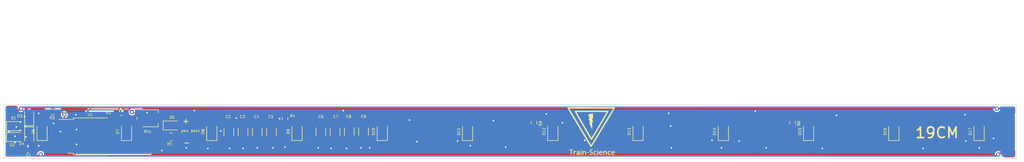
<source format=kicad_pcb>
(kicad_pcb (version 20240108) (generator "pcbnew") (generator_version "8.0")
  (layers (0 "F.Cu" signal) (31 "B.Cu" signal) (34 "B.Paste" user) (35 "F.Paste" user) (36 "B.SilkS" user "B.Silkscreen") (37 "F.SilkS" user "F.Silkscreen") (38 "B.Mask" user) (39 "F.Mask" user) (44 "Edge.Cuts" user))
  (net 0 "")
  (net 1 "AC1")
  (net 2 "AC2")
  (net 3 "Net-(D5-A)")
  (net 4 "VCC")
  (net 5 "GND")
  (net 6 "Net-(D10-A)")
  (net 7 "Net-(D9-A)")
  (net 8 "Net-(D7-K)")
  (net 9 "Net-(D12-K)")
  (net 10 "Net-(D13-K)")
  (net 11 "/Vled")
  (net 12 "Net-(R2-Pad2)")
  (net 13 "Net-(U1-VO)")
  (net 14 "Net-(D6-K)")
  (net 15 "Net-(D6-A)")
  (net 16 "Net-(D10-K)")
  (net 17 "Net-(D12-A)")
  (net 18 "Net-(D15-K)")
  (net 19 "Net-(D15-A)")
  (net 20 "Net-(D16-K)")
  (footprint "Capacitor_SMD:C_0603_1608Metric" (layer "F.Cu") (at 22.479 98.425 180)
    (property "Reference" "C1" (at -0.127 -1.016 0) (layer "F.SilkS") (effects (font (size 0.5 0.5) (thickness 0.075))))
    (property "Value" "100nF")
    (pad "1" smd roundrect (at -0.775 0 180) (size 0.9 0.95) (layers "F.Cu" "F.Paste" "F.Mask") (net 4 "VCC"))
    (pad "2" smd roundrect (at 0.775 0 180) (size 0.9 0.95) (layers "F.Cu" "F.Paste" "F.Mask") (net 5 "GND"))
  )
  (footprint "" (layer "F.Cu") (at 19.431 98.933)
    (property "Reference" "" (at 0 0 0) (layer "F.SilkS") (effects (font (size 0.5 0.5) (thickness 0.075))))
    (property "Value" "" (at 0 0 0) (layer "F.SilkS") (effects (font (size 0.5 0.5) (thickness 0.075))))
    (pad "1" smd roundrect (at 0 0 180) (size 2.286 1.524) (layers "F.Cu" "F.Paste" "F.Mask") (net 1 "AC1"))
  )
  (footprint "Capacitor_SMD:C_1206_3216Metric" (layer "F.Cu") (at 82.804 94.996 -90)
    (property "Reference" "C8" (at -2.794 0.127 0) (layer "F.SilkS") (effects (font (size 0.5 0.5) (thickness 0.075))))
    (property "Value" "22uF")
    (pad "1" smd roundrect (at -1.475 0 270) (size 1.15 1.8) (layers "F.Cu" "F.Paste" "F.Mask") (roundrect_rratio 0.2173913043) (net 3 "Net-(D5-A)"))
    (pad "2" smd roundrect (at 1.475 0 270) (size 1.15 1.8) (layers "F.Cu" "F.Paste" "F.Mask") (roundrect_rratio 0.2173913043) (net 5 "GND"))
  )
  (footprint "LED_SMD:LED_0805_2012Metric" (layer "F.Cu") (at 41 95 90)
    (property "Reference" "D7" (at 0 -1.65 90) (layer "F.SilkS") (effects (font (size 0.5 0.5) (thickness 0.075))))
    (property "Value" "LED")
    (pad "1" smd roundrect (at -0.9375 0 90) (size 0.975 1.4) (layers "F.Cu" "F.Paste" "F.Mask") (net 8 "Net-(D7-K)"))
    (pad "2" smd roundrect (at 0.9375 0 90) (size 0.975 1.4) (layers "F.Cu" "F.Paste" "F.Mask") (net 14 "Net-(D6-K)"))
  )
  (footprint "LED_SMD:LED_0805_2012Metric" (layer "F.Cu") (at 73 95 90)
    (property "Reference" "D9" (at 0 -1.65 90) (layer "F.SilkS") (effects (font (size 0.5 0.5) (thickness 0.075))))
    (property "Value" "LED")
    (pad "1" smd roundrect (at -0.9375 0 90) (size 0.975 1.4) (layers "F.Cu" "F.Paste" "F.Mask") (net 6 "Net-(D10-A)"))
    (pad "2" smd roundrect (at 0.9375 0 90) (size 0.975 1.4) (layers "F.Cu" "F.Paste" "F.Mask") (net 7 "Net-(D9-A)"))
  )
  (footprint "custom_kicad_lib_sk:Train-Science logo small" (layer "F.Cu") (at 128.27 94.996)
    (property "Reference" "G***" (hide yes))
    (property "Value" "LOGO" (hide yes))
  )
  (footprint "" (layer "F.Cu") (at 19.431 90.932)
    (property "Reference" "AC2" (hide yes))
    (property "Value" "" (at 0 0 0) (layer "F.SilkS") (effects (font (size 0.5 0.5) (thickness 0.075))))
    (pad "1" smd roundrect (at 0 0 180) (size 2.286 1.524) (layers "F.Cu" "F.Paste" "F.Mask") (net 2 "AC2"))
  )
  (footprint "custom_kicad_lib_sk:R_0603_smalltext" (layer "F.Cu") (at 27.178 91.313 180)
    (property "Reference" "R3" (at 0.15 -1.125 0) (layer "F.SilkS") (effects (font (size 0.5 0.5) (thickness 0.075))))
    (property "Value" "10R")
    (pad "1" smd roundrect (at -0.9125 0 180) (size 0.975 0.95) (layers "F.Cu" "F.Paste" "F.Mask") (net 11 "/Vled"))
    (pad "2" smd roundrect (at 0.9125 0 180) (size 0.975 0.95) (layers "F.Cu" "F.Paste" "F.Mask") (net 15 "Net-(D6-A)"))
  )
  (footprint "custom_kicad_lib_sk:R_0603_smalltext" (layer "F.Cu") (at 165.989 93.3215 -90)
    (property "Reference" "R6" (at 0.15 -1.125 -90) (layer "F.SilkS") (effects (font (size 0.5 0.5) (thickness 0.075))))
    (property "Value" "10R")
    (pad "1" smd roundrect (at -0.9125 0 270) (size 0.975 0.95) (layers "F.Cu" "F.Paste" "F.Mask") (net 11 "/Vled"))
    (pad "2" smd roundrect (at 0.9125 0 270) (size 0.975 0.95) (layers "F.Cu" "F.Paste" "F.Mask") (net 19 "Net-(D15-A)"))
  )
  (footprint "Capacitor_SMD:C_1206_3216Metric" (layer "F.Cu") (at 77.47 94.996 -90)
    (property "Reference" "C6" (at -2.794 0 0) (layer "F.SilkS") (effects (font (size 0.5 0.5) (thickness 0.075))))
    (property "Value" "22uF")
    (pad "1" smd roundrect (at -1.475 0 270) (size 1.15 1.8) (layers "F.Cu" "F.Paste" "F.Mask") (roundrect_rratio 0.2173913043) (net 3 "Net-(D5-A)"))
    (pad "2" smd roundrect (at 1.475 0 270) (size 1.15 1.8) (layers "F.Cu" "F.Paste" "F.Mask") (roundrect_rratio 0.2173913043) (net 5 "GND"))
  )
  (footprint "" (layer "F.Cu") (at 206.629 91.059)
    (property "Reference" "" (at 0 0 0) (layer "F.SilkS") (effects (font (size 0.5 0.5) (thickness 0.075))))
    (property "Value" "" (at 0 0 0) (layer "F.SilkS") (effects (font (size 0.5 0.5) (thickness 0.075))))
    (pad "1" smd roundrect (at 0 0 180) (size 2.286 1.524) (layers "F.Cu" "F.Paste" "F.Mask") (net 2 "AC2"))
  )
  (footprint "LED_SMD:LED_0805_2012Metric" (layer "F.Cu") (at 25.146 94.996 90)
    (property "Reference" "D6" (at 0 -1.65 90) (layer "F.SilkS") (effects (font (size 0.5 0.5) (thickness 0.075))))
    (property "Value" "LED")
    (pad "1" smd roundrect (at -0.9375 0 90) (size 0.975 1.4) (layers "F.Cu" "F.Paste" "F.Mask") (net 14 "Net-(D6-K)"))
    (pad "2" smd roundrect (at 0.9375 0 90) (size 0.975 1.4) (layers "F.Cu" "F.Paste" "F.Mask") (net 15 "Net-(D6-A)"))
  )
  (footprint "LED_SMD:LED_0805_2012Metric" (layer "F.Cu") (at 121 95 90)
    (property "Reference" "D12" (at 0 -1.65 90) (layer "F.SilkS") (effects (font (size 0.5 0.5) (thickness 0.075))))
    (property "Value" "LED")
    (pad "1" smd roundrect (at -0.9375 0 90) (size 0.975 1.4) (layers "F.Cu" "F.Paste" "F.Mask") (net 9 "Net-(D12-K)"))
    (pad "2" smd roundrect (at 0.9375 0 90) (size 0.975 1.4) (layers "F.Cu" "F.Paste" "F.Mask") (net 17 "Net-(D12-A)"))
  )
  (footprint "Capacitor_SMD:C_1206_3216Metric" (layer "F.Cu") (at 85.471 94.996 -90)
    (property "Reference" "C9" (at -2.794 0 0) (layer "F.SilkS") (effects (font (size 0.5 0.5) (thickness 0.075))))
    (property "Value" "22uF")
    (pad "1" smd roundrect (at -1.475 0 270) (size 1.15 1.8) (layers "F.Cu" "F.Paste" "F.Mask") (roundrect_rratio 0.2173913043) (net 3 "Net-(D5-A)"))
    (pad "2" smd roundrect (at 1.475 0 270) (size 1.15 1.8) (layers "F.Cu" "F.Paste" "F.Mask") (roundrect_rratio 0.2173913043) (net 5 "GND"))
  )
  (footprint "" (layer "F.Cu") (at 206.629 99.06)
    (property "Reference" "" (at 0 0 0) (layer "F.SilkS") (effects (font (size 0.5 0.5) (thickness 0.075))))
    (property "Value" "" (at 0 0 0) (layer "F.SilkS") (effects (font (size 0.5 0.5) (thickness 0.075))))
    (pad "1" smd roundrect (at 0 0 180) (size 2.286 1.524) (layers "F.Cu" "F.Paste" "F.Mask") (net 1 "AC1"))
  )
  (footprint "custom_kicad_lib_sk:R_0603_smalltext" (layer "F.Cu") (at 117.475 93.3215 -90)
    (property "Reference" "R5" (at 0.15 -1.125 -90) (layer "F.SilkS") (effects (font (size 0.5 0.5) (thickness 0.075))))
    (property "Value" "10R")
    (pad "1" smd roundrect (at -0.9125 0 270) (size 0.975 0.95) (layers "F.Cu" "F.Paste" "F.Mask") (net 11 "/Vled"))
    (pad "2" smd roundrect (at 0.9125 0 270) (size 0.975 0.95) (layers "F.Cu" "F.Paste" "F.Mask") (net 17 "Net-(D12-A)"))
  )
  (footprint "Diode_SMD:D_SOD-323" (layer "F.Cu") (at 22.733 92.295 90)
    (property "Reference" "D3" (at 0.22 -1.778 0) (layer "F.SilkS") (effects (font (size 0.5 0.5) (thickness 0.075))))
    (property "Value" "1N4148WS")
    (pad "1" smd roundrect (at -1.05 0 90) (size 0.6 0.45) (layers "F.Cu" "F.Paste" "F.Mask") (net 4 "VCC"))
    (pad "2" smd roundrect (at 1.05 0 90) (size 0.6 0.45) (layers "F.Cu" "F.Paste" "F.Mask") (net 2 "AC2"))
  )
  (footprint "LED_SMD:LED_0805_2012Metric" (layer "F.Cu") (at 57 95 90)
    (property "Reference" "D8" (at 0 -1.65 90) (layer "F.SilkS") (effects (font (size 0.5 0.5) (thickness 0.075))))
    (property "Value" "LED")
    (pad "1" smd roundrect (at -0.9375 0 90) (size 0.975 1.4) (layers "F.Cu" "F.Paste" "F.Mask") (net 5 "GND"))
    (pad "2" smd roundrect (at 0.9375 0 90) (size 0.975 1.4) (layers "F.Cu" "F.Paste" "F.Mask") (net 8 "Net-(D7-K)"))
  )
  (footprint "Diode_SMD:D_SOD-323" (layer "F.Cu") (at 49.48 93.853)
    (property "Reference" "D5" (at 0.05 -1.524 0) (layer "F.SilkS") (effects (font (size 0.5 0.5) (thickness 0.075))))
    (property "Value" "1N4148WS")
    (pad "1" smd roundrect (at -1.05 0) (size 0.6 0.45) (layers "F.Cu" "F.Paste" "F.Mask") (net 4 "VCC"))
    (pad "2" smd roundrect (at 1.05 0) (size 0.6 0.45) (layers "F.Cu" "F.Paste" "F.Mask") (net 3 "Net-(D5-A)"))
  )
  (footprint "LED_SMD:LED_0805_2012Metric" (layer "F.Cu") (at 169 95 90)
    (property "Reference" "D15" (at 0 -1.65 90) (layer "F.SilkS") (effects (font (size 0.5 0.5) (thickness 0.075))))
    (property "Value" "LED")
    (pad "1" smd roundrect (at -0.9375 0 90) (size 0.975 1.4) (layers "F.Cu" "F.Paste" "F.Mask") (net 18 "Net-(D15-K)"))
    (pad "2" smd roundrect (at 0.9375 0 90) (size 0.975 1.4) (layers "F.Cu" "F.Paste" "F.Mask") (net 19 "Net-(D15-A)"))
  )
  (footprint "Capacitor_SMD:C_1206_3216Metric" (layer "F.Cu") (at 65.532 95.123 -90)
    (property "Reference" "C4" (at -2.921 0.127 0) (layer "F.SilkS") (effects (font (size 0.5 0.5) (thickness 0.075))))
    (property "Value" "22uF")
    (pad "1" smd roundrect (at -1.475 0 270) (size 1.15 1.8) (layers "F.Cu" "F.Paste" "F.Mask") (roundrect_rratio 0.2173913043) (net 3 "Net-(D5-A)"))
    (pad "2" smd roundrect (at 1.475 0 270) (size 1.15 1.8) (layers "F.Cu" "F.Paste" "F.Mask") (roundrect_rratio 0.2173913043) (net 5 "GND"))
  )
  (footprint "Diode_SMD:D_SOD-323" (layer "F.Cu") (at 20.066 93.98)
    (property "Reference" "D1" (at -0.254 -1.524 0) (layer "F.SilkS") (effects (font (size 0.5 0.5) (thickness 0.075))))
    (property "Value" "1N4148WS")
    (pad "1" smd roundrect (at -1.05 0) (size 0.6 0.45) (layers "F.Cu" "F.Paste" "F.Mask") (net 2 "AC2"))
    (pad "2" smd roundrect (at 1.05 0) (size 0.6 0.45) (layers "F.Cu" "F.Paste" "F.Mask") (net 5 "GND"))
  )
  (footprint "LED_SMD:LED_0805_2012Metric" (layer "F.Cu") (at 201 95 90)
    (property "Reference" "D17" (at 0 -1.65 90) (layer "F.SilkS") (effects (font (size 0.5 0.5) (thickness 0.075))))
    (property "Value" "LED")
    (pad "1" smd roundrect (at -0.9375 0 90) (size 0.975 1.4) (layers "F.Cu" "F.Paste" "F.Mask") (net 5 "GND"))
    (pad "2" smd roundrect (at 0.9375 0 90) (size 0.975 1.4) (layers "F.Cu" "F.Paste" "F.Mask") (net 20 "Net-(D16-K)"))
  )
  (footprint "Package_TO_SOT_SMD:TO-252-2" (layer "F.Cu") (at 34.368 95.885)
    (property "Reference" "U1" (at -0.205 -4.064 0) (layer "F.SilkS") (effects (font (size 0.5 0.5) (thickness 0.075))))
    (property "Value" "LM317_TO-252")
    (pad "1" smd roundrect (at -5.04 -2.28) (size 2.2 1.2) (layers "F.Cu" "F.Paste" "F.Mask") (roundrect_rratio 0.2083333333) (net 11 "/Vled"))
    (pad "2" smd roundrect (at -0.415 -1.525) (size 3.05 2.75) (layers "F.Cu" "F.Paste") (roundrect_rratio 0.09090909091) (net 13 "Net-(U1-VO)"))
    (pad "2" smd roundrect (at -0.415 1.525) (size 3.05 2.75) (layers "F.Cu" "F.Paste") (roundrect_rratio 0.09090909091) (net 13 "Net-(U1-VO)"))
    (pad "2" smd roundrect (at 1.26 0) (size 6.4 5.8) (layers "F.Cu" "F.Mask") (roundrect_rratio 0.04310293103) (net 13 "Net-(U1-VO)"))
    (pad "2" smd roundrect (at 2.935 -1.525) (size 3.05 2.75) (layers "F.Cu" "F.Paste") (roundrect_rratio 0.09090909091) (net 13 "Net-(U1-VO)"))
    (pad "2" smd roundrect (at 2.935 1.525) (size 3.05 2.75) (layers "F.Cu" "F.Paste") (roundrect_rratio 0.09090909091) (net 13 "Net-(U1-VO)"))
    (pad "3" smd roundrect (at -5.04 2.28) (size 2.2 1.2) (layers "F.Cu" "F.Paste" "F.Mask") (roundrect_rratio 0.2083333333) (net 4 "VCC"))
  )
  (footprint "LED_SMD:LED_0805_2012Metric" (layer "F.Cu") (at 89 95 90)
    (property "Reference" "D10" (at 0 -1.65 90) (layer "F.SilkS") (effects (font (size 0.5 0.5) (thickness 0.075))))
    (property "Value" "LED")
    (pad "1" smd roundrect (at -0.9375 0 90) (size 0.975 1.4) (layers "F.Cu" "F.Paste" "F.Mask") (net 16 "Net-(D10-K)"))
    (pad "2" smd roundrect (at 0.9375 0 90) (size 0.975 1.4) (layers "F.Cu" "F.Paste" "F.Mask") (net 6 "Net-(D10-A)"))
  )
  (footprint "" (layer "F.Cu") (at 54.253727 97.108918)
    (property "Reference" "" (at 0 0 0) (layer "F.SilkS") (effects (font (size 0.5 0.5) (thickness 0.075))))
    (property "Value" "" (at 0 0 0) (layer "F.SilkS") (effects (font (size 0.5 0.5) (thickness 0.075))))
    (pad "1" smd roundrect (at 0 0 180) (size 2.286 1.524) (layers "F.Cu" "F.Paste" "F.Mask") (net 5 "GND"))
  )
  (footprint "Diode_SMD:D_SOD-323" (layer "F.Cu") (at 22.733 95.724 -90)
    (property "Reference" "D4" (at 1.558 1.397 0) (layer "F.SilkS") (effects (font (size 0.5 0.5) (thickness 0.075))))
    (property "Value" "1N4148WS")
    (pad "1" smd roundrect (at -1.05 0 270) (size 0.6 0.45) (layers "F.Cu" "F.Paste" "F.Mask") (net 4 "VCC"))
    (pad "2" smd roundrect (at 1.05 0 270) (size 0.6 0.45) (layers "F.Cu" "F.Paste" "F.Mask") (net 1 "AC1"))
  )
  (footprint "LED_SMD:LED_0805_2012Metric" (layer "F.Cu") (at 137 95 90)
    (property "Reference" "D13" (at 0 -1.65 90) (layer "F.SilkS") (effects (font (size 0.5 0.5) (thickness 0.075))))
    (property "Value" "LED")
    (pad "1" smd roundrect (at -0.9375 0 90) (size 0.975 1.4) (layers "F.Cu" "F.Paste" "F.Mask") (net 10 "Net-(D13-K)"))
    (pad "2" smd roundrect (at 0.9375 0 90) (size 0.975 1.4) (layers "F.Cu" "F.Paste" "F.Mask") (net 9 "Net-(D12-K)"))
  )
  (footprint "custom_kicad_lib_sk:R_0603_smalltext" (layer "F.Cu") (at 40.005 91.44)
    (property "Reference" "R2" (at -2.413 0 0) (layer "F.SilkS") (effects (font (size 0.5 0.5) (thickness 0.075))))
    (property "Value" "100R")
    (pad "1" smd roundrect (at -0.9125 0) (size 0.975 0.95) (layers "F.Cu" "F.Paste" "F.Mask") (net 13 "Net-(U1-VO)"))
    (pad "2" smd roundrect (at 0.9125 0) (size 0.975 0.95) (layers "F.Cu" "F.Paste" "F.Mask") (net 12 "Net-(R2-Pad2)"))
  )
  (footprint "Diode_SMD:D_SOD-323" (layer "F.Cu") (at 20.066 96.012)
    (property "Reference" "D2" (at -0.508 1.524 0) (layer "F.SilkS") (effects (font (size 0.5 0.5) (thickness 0.075))))
    (property "Value" "1N4148WS")
    (pad "1" smd roundrect (at -1.05 0) (size 0.6 0.45) (layers "F.Cu" "F.Paste" "F.Mask") (net 1 "AC1"))
    (pad "2" smd roundrect (at 1.05 0) (size 0.6 0.45) (layers "F.Cu" "F.Paste" "F.Mask") (net 5 "GND"))
  )
  (footprint "Capacitor_SMD:C_1206_3216Metric" (layer "F.Cu") (at 68.199 95.123 -90)
    (property "Reference" "C5" (at -2.921 0.127 0) (layer "F.SilkS") (effects (font (size 0.5 0.5) (thickness 0.075))))
    (property "Value" "22uF")
    (pad "1" smd roundrect (at -1.475 0 270) (size 1.15 1.8) (layers "F.Cu" "F.Paste" "F.Mask") (roundrect_rratio 0.2173913043) (net 3 "Net-(D5-A)"))
    (pad "2" smd roundrect (at 1.475 0 270) (size 1.15 1.8) (layers "F.Cu" "F.Paste" "F.Mask") (roundrect_rratio 0.2173913043) (net 5 "GND"))
  )
  (footprint "LED_SMD:LED_0805_2012Metric" (layer "F.Cu") (at 153 95 90)
    (property "Reference" "D14" (at 0 -1.65 90) (layer "F.SilkS") (effects (font (size 0.5 0.5) (thickness 0.075))))
    (property "Value" "LED")
    (pad "1" smd roundrect (at -0.9375 0 90) (size 0.975 1.4) (layers "F.Cu" "F.Paste" "F.Mask") (net 5 "GND"))
    (pad "2" smd roundrect (at 0.9375 0 90) (size 0.975 1.4) (layers "F.Cu" "F.Paste" "F.Mask") (net 10 "Net-(D13-K)"))
  )
  (footprint "Potentiometer_SMD:Potentiometer_Bourns_TC33X_Vertical" (layer "F.Cu") (at 45.05 92.5)
    (property "Reference" "RV1" (at -0.092 2.496 0) (layer "F.SilkS") (effects (font (size 0.5 0.5) (thickness 0.075))))
    (property "Value" "500R")
    (pad "1" smd rect (at -1.8 -1) (size 1.2 1.2) (layers "F.Cu" "F.Paste" "F.Mask") (net 11 "/Vled"))
    (pad "2" smd rect (at 1.45 0) (size 1.5 1.6) (layers "F.Cu" "F.Paste" "F.Mask") (net 11 "/Vled"))
    (pad "3" smd rect (at -1.8 1) (size 1.2 1.2) (layers "F.Cu" "F.Paste" "F.Mask") (net 12 "Net-(R2-Pad2)"))
  )
  (footprint "custom_kicad_lib_sk:R_0805_handsolder-smalltext" (layer "F.Cu") (at 49.387 96.012 180)
    (property "Reference" "R1" (at 0.275 -1.325 0) (layer "F.SilkS") (effects (font (size 0.5 0.5) (thickness 0.075))))
    (property "Value" "100R")
    (pad "1" smd roundrect (at -1 0 180) (size 1.2 1.4) (layers "F.Cu" "F.Paste" "F.Mask") (roundrect_rratio 0.2083333333) (net 3 "Net-(D5-A)"))
    (pad "2" smd roundrect (at 1 0 180) (size 1.2 1.4) (layers "F.Cu" "F.Paste" "F.Mask") (roundrect_rratio 0.2083333333) (net 4 "VCC"))
  )
  (footprint "custom_kicad_lib_sk:R_0603_smalltext" (layer "F.Cu") (at 70.739 92.583 -90)
    (property "Reference" "R4" (at -0.508 -1.397 0) (layer "F.SilkS") (effects (font (size 0.5 0.5) (thickness 0.075))))
    (property "Value" "10R")
    (pad "1" smd roundrect (at -0.9125 0 270) (size 0.975 0.95) (layers "F.Cu" "F.Paste" "F.Mask") (net 11 "/Vled"))
    (pad "2" smd roundrect (at 0.9125 0 270) (size 0.975 0.95) (layers "F.Cu" "F.Paste" "F.Mask") (net 7 "Net-(D9-A)"))
  )
  (footprint "" (layer "F.Cu") (at 54.102 93.091)
    (property "Reference" "" (at 0 0 0) (layer "F.SilkS") (effects (font (size 0.5 0.5) (thickness 0.075))))
    (property "Value" "" (at 0 0 0) (layer "F.SilkS") (effects (font (size 0.5 0.5) (thickness 0.075))))
    (pad "1" smd roundrect (at 0 0 180) (size 2.286 1.524) (layers "F.Cu" "F.Paste" "F.Mask") (net 3 "Net-(D5-A)"))
  )
  (footprint "Capacitor_SMD:C_1206_3216Metric" (layer "F.Cu") (at 62.865 95.123 -90)
    (property "Reference" "C3" (at -2.921 0.127 0) (layer "F.SilkS") (effects (font (size 0.5 0.5) (thickness 0.075))))
    (property "Value" "22uF")
    (pad "1" smd roundrect (at -1.475 0 270) (size 1.15 1.8) (layers "F.Cu" "F.Paste" "F.Mask") (roundrect_rratio 0.2173913043) (net 3 "Net-(D5-A)"))
    (pad "2" smd roundrect (at 1.475 0 270) (size 1.15 1.8) (layers "F.Cu" "F.Paste" "F.Mask") (roundrect_rratio 0.2173913043) (net 5 "GND"))
  )
  (footprint "LED_SMD:LED_0805_2012Metric" (layer "F.Cu") (at 105 95 90)
    (property "Reference" "D11" (at 0 -1.65 90) (layer "F.SilkS") (effects (font (size 0.5 0.5) (thickness 0.075))))
    (property "Value" "LED")
    (pad "1" smd roundrect (at -0.9375 0 90) (size 0.975 1.4) (layers "F.Cu" "F.Paste" "F.Mask") (net 5 "GND"))
    (pad "2" smd roundrect (at 0.9375 0 90) (size 0.975 1.4) (layers "F.Cu" "F.Paste" "F.Mask") (net 16 "Net-(D10-K)"))
  )
  (footprint "Capacitor_SMD:C_1206_3216Metric" (layer "F.Cu") (at 80.137 94.996 -90)
    (property "Reference" "C7" (at -2.794 -0.127 0) (layer "F.SilkS") (effects (font (size 0.5 0.5) (thickness 0.075))))
    (property "Value" "22uF")
    (pad "1" smd roundrect (at -1.475 0 270) (size 1.15 1.8) (layers "F.Cu" "F.Paste" "F.Mask") (roundrect_rratio 0.2173913043) (net 3 "Net-(D5-A)"))
    (pad "2" smd roundrect (at 1.475 0 270) (size 1.15 1.8) (layers "F.Cu" "F.Paste" "F.Mask") (roundrect_rratio 0.2173913043) (net 5 "GND"))
  )
  (footprint "LED_SMD:LED_0805_2012Metric" (layer "F.Cu") (at 185 95 90)
    (property "Reference" "D16" (at 0 -1.65 90) (layer "F.SilkS") (effects (font (size 0.5 0.5) (thickness 0.075))))
    (property "Value" "LED")
    (pad "1" smd roundrect (at -0.9375 0 90) (size 0.975 1.4) (layers "F.Cu" "F.Paste" "F.Mask") (net 20 "Net-(D16-K)"))
    (pad "2" smd roundrect (at 0.9375 0 90) (size 0.975 1.4) (layers "F.Cu" "F.Paste" "F.Mask") (net 18 "Net-(D15-K)"))
  )
  (footprint "Capacitor_SMD:C_1206_3216Metric" (layer "F.Cu") (at 60.198 95.123 -90)
    (property "Reference" "C2" (at -2.921 0.127 0) (layer "F.SilkS") (effects (font (size 0.5 0.5) (thickness 0.075))))
    (property "Value" "22uF")
    (pad "1" smd roundrect (at -1.475 0 270) (size 1.15 1.8) (layers "F.Cu" "F.Paste" "F.Mask") (roundrect_rratio 0.2173913043) (net 3 "Net-(D5-A)"))
    (pad "2" smd roundrect (at 1.475 0 270) (size 1.15 1.8) (layers "F.Cu" "F.Paste" "F.Mask") (roundrect_rratio 0.2173913043) (net 5 "GND"))
  )
  (gr_line (start 142 99.987) (end 18 99.987) (stroke (width 0.1)) (layer "Edge.Cuts"))
  (gr_line (start 18 89.987) (end 18 99.987) (stroke (width 0.1)) (layer "Edge.Cuts"))
  (gr_line (start 208 100) (end 208 90) (stroke (width 0.1)) (layer "Edge.Cuts"))
  (gr_line (start 208 100) (end 142 99.987) (stroke (width 0.1)) (layer "Edge.Cuts"))
  (gr_line (start 208 90) (end 18 89.987) (stroke (width 0.1)) (layer "Edge.Cuts"))
  (gr_text "pow pack" (at 51.181 95.123 0) (layer "F.SilkS") (effects (font (size 0.5 0.5) (thickness 0.075)) (justify left bottom)))
  (gr_text "-" (at 51.562 97.663 0) (layer "F.SilkS") (effects (font (size 1 1)) (justify left bottom)))
  (gr_text "19CM" (at 188.849 96.393 0) (layer "F.SilkS") (effects (font (size 2 2) (thickness 0.3)) (justify left bottom)))
  (gr_text "+" (at 51.435 93.599 0) (layer "F.SilkS") (effects (font (size 1 1)) (justify left bottom)))
  (segment (start 20.035 99.537) (end 19.431 98.933) (width 0.3) (layer "F.Cu") (net 1))
  (segment (start 21.844 96.774) (end 19.685 98.933) (width 0.2) (layer "F.Cu") (net 1))
  (segment (start 22.733 96.774) (end 21.844 96.774) (width 0.2) (layer "F.Cu") (net 1))
  (segment (start 204.836883 99.06) (end 204.597053 99.29983) (width 0.3) (layer "F.Cu") (net 1))
  (segment (start 19.016 98.518) (end 19.431 98.933) (width 0.2) (layer "F.Cu") (net 1))
  (segment (start 19.685 98.933) (end 19.431 98.933) (width 0.2) (layer "F.Cu") (net 1))
  (segment (start 19.016 96.012) (end 19.016 98.518) (width 0.2) (layer "F.Cu") (net 1))
  (segment (start 24.892 99.2875) (end 24.6425 99.537) (width 0.3) (layer "F.Cu") (net 1))
  (segment (start 206.629 99.06) (end 204.836883 99.06) (width 0.3) (layer "F.Cu") (net 1))
  (segment (start 24.6425 99.537) (end 20.035 99.537) (width 0.3) (layer "F.Cu") (net 1))
  (via (at 204.597053 99.29983) (size 0.8) (drill 0.4) (layers "F.Cu" "B.Cu") (net 1))
  (via (at 24.892 99.2875) (size 0.8) (drill 0.4) (layers "F.Cu" "B.Cu") (net 1))
  (segment (start 68.199 99.537) (end 34.29 99.537) (width 0.3) (layer "B.Cu") (net 1))
  (segment (start 25.527 99.537) (end 25.1415 99.537) (width 0.3) (layer "B.Cu") (net 1))
  (segment (start 204.597053 99.29983) (end 204.347624 99.549259) (width 0.3) (layer "B.Cu") (net 1))
  (segment (start 25.1415 99.537) (end 24.892 99.2875) (width 0.3) (layer "B.Cu") (net 1))
  (segment (start 198.501129 99.54813) (end 159.004381 99.540349) (width 0.3) (layer "B.Cu") (net 1))
  (segment (start 159.001032 99.537) (end 108.839 99.537) (width 0.3) (layer "B.Cu") (net 1))
  (segment (start 204.347624 99.549259) (end 204.234741 99.549259) (width 0.3) (layer "B.Cu") (net 1))
  (segment (start 34.29 99.537) (end 25.527 99.537) (width 0.3) (layer "B.Cu") (net 1))
  (segment (start 159.004381 99.540349) (end 159.001032 99.537) (width 0.3) (layer "B.Cu") (net 1))
  (segment (start 108.839 99.537) (end 68.199 99.537) (width 0.3) (layer "B.Cu") (net 1))
  (segment (start 204.234741 99.549259) (end 198.501129 99.54813) (width 0.3) (layer "B.Cu") (net 1))
  (segment (start 21.767262 91.245) (end 21.208982 90.68672) (width 0.2) (layer "F.Cu") (net 2))
  (segment (start 20.963702 90.932) (end 21.208982 90.68672) (width 0.3) (layer "F.Cu") (net 2))
  (segment (start 19.431 90.932) (end 20.963702 90.932) (width 0.3) (layer "F.Cu") (net 2))
  (segment (start 19.016 93.98) (end 19.431 93.565) (width 0.2) (layer "F.Cu") (net 2))
  (segment (start 22.733 91.245) (end 21.767262 91.245) (width 0.2) (layer "F.Cu") (net 2))
  (segment (start 19.431 93.565) (end 19.431 90.932) (width 0.2) (layer "F.Cu") (net 2))
  (segment (start 206.26925 90.69925) (end 206.629 91.059) (width 0.3) (layer "F.Cu") (net 2))
  (segment (start 204.342963 90.69925) (end 206.26925 90.69925) (width 0.3) (layer "F.Cu") (net 2))
  (via (at 21.208982 90.68672) (size 0.8) (drill 0.4) (layers "F.Cu" "B.Cu") (net 2))
  (via (at 204.342963 90.69925) (size 0.8) (drill 0.4) (layers "F.Cu" "B.Cu") (net 2))
  (segment (start 28.180304 90.437696) (end 31.495982 90.437922) (width 0.3) (layer "B.Cu") (net 2))
  (segment (start 31.495982 90.437922) (end 80.263929 90.441259) (width 0.3) (layer "B.Cu") (net 2))
  (segment (start 99.186921 90.442554) (end 155.955929 90.446439) (width 0.3) (layer "B.Cu") (net 2))
  (segment (start 204.093393 90.44968) (end 204.342963 90.69925) (width 0.3) (layer "B.Cu") (net 2))
  (segment (start 155.955929 90.446439) (end 188.721937 90.448681) (width 0.3) (layer "B.Cu") (net 2))
  (segment (start 21.458006 90.437696) (end 28.180304 90.437696) (width 0.3) (layer "B.Cu") (net 2))
  (segment (start 80.263929 90.441259) (end 99.186921 90.442554) (width 0.3) (layer "B.Cu") (net 2))
  (segment (start 188.721937 90.448681) (end 203.32692 90.44968) (width 0.3) (layer "B.Cu") (net 2))
  (segment (start 203.32692 90.44968) (end 204.093393 90.44968) (width 0.3) (layer "B.Cu") (net 2))
  (segment (start 21.208982 90.68672) (end 21.458006 90.437696) (width 0.3) (layer "B.Cu") (net 2))
  (segment (start 74.93 94.234) (end 75.643 93.521) (width 0.2) (layer "F.Cu") (net 3))
  (segment (start 68.404 93.853) (end 69.342 93.853) (width 0.2) (layer "F.Cu") (net 3))
  (segment (start 68.199 93.648) (end 68.404 93.853) (width 0.2) (layer "F.Cu") (net 3))
  (segment (start 51.292 93.091) (end 50.53 93.853) (width 0.2) (layer "F.Cu") (net 3))
  (segment (start 50.387 93.996) (end 50.53 93.853) (width 0.2) (layer "F.Cu") (net 3))
  (segment (start 68.199 93.648) (end 60.198 93.648) (width 0.2) (layer "F.Cu") (net 3))
  (segment (start 57.852817 92.675) (end 54.518 92.675) (width 0.2) (layer "F.Cu") (net 3))
  (segment (start 75.643 93.521) (end 77.47 93.521) (width 0.2) (layer "F.Cu") (net 3))
  (segment (start 60.198 93.648) (end 58.825817 93.648) (width 0.2) (layer "F.Cu") (net 3))
  (segment (start 69.342 93.853) (end 69.977 94.488) (width 0.2) (layer "F.Cu") (net 3))
  (segment (start 58.825817 93.648) (end 57.852817 92.675) (width 0.2) (layer "F.Cu") (net 3))
  (segment (start 74.289 94.875) (end 70.364 94.875) (width 0.25) (layer "F.Cu") (net 3))
  (segment (start 70.364 94.875) (end 69.977 94.488) (width 0.25) (layer "F.Cu") (net 3))
  (segment (start 54.518 92.675) (end 54.102 93.091) (width 0.2) (layer "F.Cu") (net 3))
  (segment (start 50.387 96.012) (end 50.387 93.996) (width 0.2) (layer "F.Cu") (net 3))
  (segment (start 85.471 93.521) (end 77.47 93.521) (width 0.2) (layer "F.Cu") (net 3))
  (segment (start 54.102 93.091) (end 51.292 93.091) (width 0.2) (layer "F.Cu") (net 3))
  (segment (start 74.93 94.234) (end 74.289 94.875) (width 0.25) (layer "F.Cu") (net 3))
  (segment (start 22.733 93.345) (end 22.733 94.674) (width 0.2) (layer "F.Cu") (net 4))
  (segment (start 23.258 95.199) (end 23.258 98.421) (width 0.2) (layer "F.Cu") (net 4))
  (segment (start 48.387 96.012) (end 48.43 95.969) (width 0.2) (layer "F.Cu") (net 4))
  (segment (start 29.068 98.425) (end 23.254 98.425) (width 0.2) (layer "F.Cu") (net 4))
  (segment (start 29.328 98.165) (end 30.982 98.165) (width 0.2) (layer "F.Cu") (net 4))
  (segment (start 23.258 98.421) (end 23.254 98.425) (width 0.2) (layer "F.Cu") (net 4))
  (segment (start 31.902 99.085) (end 45.314 99.085) (width 0.2) (layer "F.Cu") (net 4))
  (segment (start 22.733 94.674) (end 23.258 95.199) (width 0.2) (layer "F.Cu") (net 4))
  (segment (start 30.982 98.165) (end 31.902 99.085) (width 0.2) (layer "F.Cu") (net 4))
  (segment (start 48.43 95.969) (end 48.43 93.853) (width 0.2) (layer "F.Cu") (net 4))
  (segment (start 29.328 98.165) (end 29.068 98.425) (width 0.2) (layer "F.Cu") (net 4))
  (segment (start 45.314 99.085) (end 48.387 96.012) (width 0.2) (layer "F.Cu") (net 4))
  (segment (start 22.466 97.663) (end 21.704 98.425) (width 0.2) (layer "F.Cu") (net 5))
  (segment (start 22.479 97.663) (end 22.466 97.663) (width 0.2) (layer "F.Cu") (net 5))
  (via (at 79.375 98.171) (size 0.5) (drill 0.3) (layers "F.Cu" "B.Cu") (net 5))
  (via (at 203.708 96.266) (size 0.5) (drill 0.3) (layers "F.Cu" "B.Cu") (net 5))
  (via (at 198.374 91.821) (size 0.5) (drill 0.3) (layers "F.Cu" "B.Cu") (net 5))
  (via (at 105.537 97.663) (size 0.5) (drill 0.3) (layers "F.Cu" "B.Cu") (net 5))
  (via (at 68.453 98.044) (size 0.5) (drill 0.3) (layers "F.Cu" "B.Cu") (net 5))
  (via (at 112.141 97.917) (size 0.5) (drill 0.3) (layers "F.Cu" "B.Cu") (net 5))
  (via (at 86.614 98.044) (size 0.5) (drill 0.3) (layers "F.Cu" "B.Cu") (net 5))
  (via (at 142.748 91.567) (size 0.5) (drill 0.3) (layers "F.Cu" "B.Cu") (net 5))
  (via (at 82.296 98.171) (size 0.5) (drill 0.3) (layers "F.Cu" "B.Cu") (net 5))
  (via (at 150.876 96.647) (size 0.5) (drill 0.3) (layers "F.Cu" "B.Cu") (net 5))
  (via (at 21.082 93.218) (size 0.5) (drill 0.3) (layers "F.Cu" "B.Cu") (net 5))
  (via (at 190.5 98.171) (size 0.5) (drill 0.3) (layers "F.Cu" "B.Cu") (net 5))
  (via (at 103.124 96.774) (size 0.5) (drill 0.3) (layers "F.Cu" "B.Cu") (net 5))
  (via (at 58.674 94.869) (size 0.5) (drill 0.3) (layers "F.Cu" "B.Cu") (net 5))
  (via (at 53.721 91.059) (size 0.5) (drill 0.3) (layers "F.Cu" "B.Cu") (net 5))
  (via (at 20.066 97.028) (size 0.5) (drill 0.3) (layers "F.Cu" "B.Cu") (net 5))
  (via (at 76.962 98.044) (size 0.5) (drill 0.3) (layers "F.Cu" "B.Cu") (net 5))
  (via (at 95.504 96.901) (size 0.5) (drill 0.3) (layers "F.Cu" "B.Cu") (net 5))
  (via (at 70.739 97.917) (size 0.5) (drill 0.3) (layers "F.Cu" "B.Cu") (net 5))
  (via (at 127 96.647) (size 0.5) (drill 0.3) (layers "F.Cu" "B.Cu") (net 5))
  (via (at 60.325 98.171) (size 0.5) (drill 0.3) (layers "F.Cu" "B.Cu") (net 5))
  (via (at 62.865 98.171) (size 0.5) (drill 0.3) (layers "F.Cu" "B.Cu") (net 5))
  (via (at 109.855 92.964) (size 0.5) (drill 0.3) (layers "F.Cu" "B.Cu") (net 5))
  (via (at 143.129 93.98) (size 0.5) (drill 0.3) (layers "F.Cu" "B.Cu") (net 5))
  (via (at 22.479 97.663) (size 0.5) (drill 0.3) (layers "F.Cu" "B.Cu") (net 5))
  (via (at 31.623 94.615) (size 0.5) (drill 0.3) (layers "F.Cu" "B.Cu") (net 5))
  (via (at 198.501 96.774) (size 0.5) (drill 0.3) (layers "F.Cu" "B.Cu") (net 5))
  (via (at 201.041 98.044) (size 0.5) (drill 0.3) (layers "F.Cu" "B.Cu") (net 5))
  (via (at 56.261 98.171) (size 0.5) (drill 0.3) (layers "F.Cu" "B.Cu") (net 5))
  (via (at 31.496 91.821) (size 0.5) (drill 0.3) (layers "F.Cu" "B.Cu") (net 5))
  (via (at 20.32 94.107) (size 0.5) (drill 0.3) (layers "F.Cu" "B.Cu") (net 5))
  (via (at 44.831 91.44) (size 0.5) (drill 0.3) (layers "F.Cu" "B.Cu") (net 5))
  (via (at 21.844 92.202) (size 0.5) (drill 0.3) (layers "F.Cu" "B.Cu") (net 5))
  (via (at 94.107 92.837) (size 0.5) (drill 0.3) (layers "F.Cu" "B.Cu") (net 5))
  (via (at 21.082 94.742) (size 0.5) (drill 0.3) (layers "F.Cu" "B.Cu") (net 5))
  (via (at 24.511 91.567) (size 0.5) (drill 0.3) (layers "F.Cu" "B.Cu") (net 5))
  (via (at 24.511 97.663) (size 0.5) (drill 0.3) (layers "F.Cu" "B.Cu") (net 5))
  (via (at 119.761 91.694) (size 0.5) (drill 0.3) (layers "F.Cu" "B.Cu") (net 5))
  (via (at 21.971 93.98) (size 0.5) (drill 0.3) (layers "F.Cu" "B.Cu") (net 5))
  (via (at 18.923 94.996) (size 0.5) (drill 0.3) (layers "F.Cu" "B.Cu") (net 5))
  (via (at 171.577 98.171) (size 0.5) (drill 0.3) (layers "F.Cu" "B.Cu") (net 5))
  (via (at 69.723 92.583) (size 0.5) (drill 0.3) (layers "F.Cu" "B.Cu") (net 5))
  (via (at 161.036 98.044) (size 0.5) (drill 0.3) (layers "F.Cu" "B.Cu") (net 5))
  (via (at 20.066 95.885) (size 0.5) (drill 0.3) (layers "F.Cu" "B.Cu") (net 5))
  (via (at 65.532 98.044) (size 0.5) (drill 0.3) (layers "F.Cu" "B.Cu") (net 5))
  (via (at 84.963 98.044) (size 0.5) (drill 0.3) (layers "F.Cu" "B.Cu") (net 5))
  (via (at 27.305 93.472) (size 0.5) (drill 0.3) (layers "F.Cu" "B.Cu") (net 5))
  (via (at 52.197 98.044) (size 0.5) (drill 0.3) (layers "F.Cu" "B.Cu") (net 5))
  (via (at 143.256 98.044) (size 0.5) (drill 0.3) (layers "F.Cu" "B.Cu") (net 5))
  (via (at 31.623 97.409) (size 0.5) (drill 0.3) (layers "F.Cu" "B.Cu") (net 5))
  (via (at 61.595 92.456) (size 0.5) (drill 0.3) (layers "F.Cu" "B.Cu") (net 5))
  (via (at 122.809 93.345) (size 0.5) (drill 0.3) (layers "F.Cu" "B.Cu") (net 5))
  (via (at 81.661 91.059) (size 0.5) (drill 0.3) (layers "F.Cu" "B.Cu") (net 5))
  (via (at 159.004 91.186) (size 0.5) (drill 0.3) (layers "F.Cu" "B.Cu") (net 5))
  (via (at 22.098 96.012) (size 0.5) (drill 0.3) (layers "F.Cu" "B.Cu") (net 5))
  (via (at 47.625 98.552) (size 0.5) (drill 0.3) (layers "F.Cu" "B.Cu") (net 5))
  (via (at 152.654 98.044) (size 0.5) (drill 0.3) (layers "F.Cu" "B.Cu") (net 5))
  (via (at 174.244 91.948) (size 0.5) (drill 0.3) (layers "F.Cu" "B.Cu") (net 5))
  (via (at 155.956 96.774) (size 0.5) (drill 0.3) (layers "F.Cu" "B.Cu") (net 5))
  (via (at 28.575 94.996) (size 0.5) (drill 0.3) (layers "F.Cu" "B.Cu") (net 5))
  (segment (start 87.004 95.596) (end 73.804 95.596) (width 0.2) (layer "F.Cu") (net 6))
  (segment (start 89 93.6) (end 87.004 95.596) (width 0.2) (layer "F.Cu") (net 6))
  (segment (start 73.804 95.596) (end 73 96.4) (width 0.2) (layer "F.Cu") (net 6))
  (segment (start 70.8435 93.6) (end 70.739 93.4955) (width 0.2) (layer "F.Cu") (net 7))
  (segment (start 73 93.6) (end 70.8435 93.6) (width 0.2) (layer "F.Cu") (net 7))
  (segment (start 41 96.4) (end 44.75 96.4) (width 0.2) (layer "F.Cu") (net 8))
  (segment (start 51.324 97.012) (end 52.324 96.012) (width 0.2) (layer "F.Cu") (net 8))
  (segment (start 47.822 93.328) (end 48.788363 93.328) (width 0.2) (layer "F.Cu") (net 8))
  (segment (start 56.768 93.6) (end 57 93.6) (width 0.2) (layer "F.Cu") (net 8))
  (segment (start 48.788363 93.328) (end 49.487 94.026637) (width 0.2) (layer "F.Cu") (net 8))
  (segment (start 49.809183 97.012) (end 51.324 97.012) (width 0.2) (layer "F.Cu") (net 8))
  (segment (start 52.324 96.012) (end 54.356 96.012) (width 0.2) (layer "F.Cu") (net 8))
  (segment (start 49.487 94.026637) (end 49.487 96.689817) (width 0.2) (layer "F.Cu") (net 8))
  (segment (start 49.487 96.689817) (end 49.809183 97.012) (width 0.2) (layer "F.Cu") (net 8))
  (segment (start 44.75 96.4) (end 47.822 93.328) (width 0.2) (layer "F.Cu") (net 8))
  (segment (start 54.356 96.012) (end 56.768 93.6) (width 0.2) (layer "F.Cu") (net 8))
  (segment (start 137 93.6) (end 124.078 93.6) (width 0.2) (layer "F.Cu") (net 9))
  (segment (start 121.278 96.4) (end 121 96.4) (width 0.2) (layer "F.Cu") (net 9))
  (segment (start 124.078 93.6) (end 121.278 96.4) (width 0.2) (layer "F.Cu") (net 9))
  (segment (start 153 93.6) (end 152.78 93.6) (width 0.2) (layer "F.Cu") (net 10))
  (segment (start 149.98 96.4) (end 137 96.4) (width 0.2) (layer "F.Cu") (net 10))
  (segment (start 152.78 93.6) (end 149.98 96.4) (width 0.2) (layer "F.Cu") (net 10))
  (segment (start 70.739 91.6705) (end 116.7365 91.6705) (width 0.2) (layer "F.Cu") (net 11))
  (segment (start 117.475 92.409) (end 165.989 92.409) (width 0.2) (layer "F.Cu") (net 11))
  (segment (start 42.1915 91.5) (end 43.25 91.5) (width 0.2) (layer "F.Cu") (net 11))
  (segment (start 44.25 92.5) (end 46.5 92.5) (width 0.2) (layer "F.Cu") (net 11))
  (segment (start 42.0045 91.313) (end 42.1915 91.5) (width 0.2) (layer "F.Cu") (net 11))
  (segment (start 29.328 93.605) (end 29.328 91.812) (width 0.2) (layer "F.Cu") (net 11))
  (segment (start 116.7365 91.6705) (end 117.475 92.409) (width 0.2) (layer "F.Cu") (net 11))
  (segment (start 47.3295 91.6705) (end 70.739 91.6705) (width 0.2) (layer "F.Cu") (net 11))
  (segment (start 28.829 91.313) (end 28.0905 91.313) (width 0.2) (layer "F.Cu") (net 11))
  (segment (start 43.25 91.5) (end 44.25 92.5) (width 0.2) (layer "F.Cu") (net 11))
  (segment (start 46.5 92.5) (end 47.3295 91.6705) (width 0.2) (layer "F.Cu") (net 11))
  (segment (start 29.328 91.812) (end 28.829 91.313) (width 0.2) (layer "F.Cu") (net 11))
  (via (at 42.0045 91.313) (size 0.8) (drill 0.4) (layers "F.Cu" "B.Cu") (net 11))
  (via (at 29.328 91.812) (size 0.8) (drill 0.4) (layers "F.Cu" "B.Cu") (net 11))
  (segment (start 41.6235 90.932) (end 30.208 90.932) (width 0.2) (layer "B.Cu") (net 11))
  (segment (start 42.0045 91.313) (end 41.6235 90.932) (width 0.2) (layer "B.Cu") (net 11))
  (segment (start 30.208 90.932) (end 29.328 91.812) (width 0.2) (layer "B.Cu") (net 11))
  (segment (start 41.3045 91.4695) (end 41.275 91.44) (width 0.2) (layer "F.Cu") (net 12))
  (segment (start 43.25 93.415) (end 41.848 92.013) (width 0.2) (layer "F.Cu") (net 12))
  (segment (start 41.594 92.013) (end 41.3045 91.7235) (width 0.2) (layer "F.Cu") (net 12))
  (segment (start 41.3045 91.7235) (end 41.3045 91.4695) (width 0.2) (layer "F.Cu") (net 12))
  (segment (start 41.275 91.44) (end 40.9175 91.44) (width 0.2) (layer "F.Cu") (net 12))
  (segment (start 41.848 92.013) (end 41.594 92.013) (width 0.2) (layer "F.Cu") (net 12))
  (segment (start 43.25 93.5) (end 43.25 93.415) (width 0.2) (layer "F.Cu") (net 12))
  (segment (start 37.339 94.36) (end 37.303 94.36) (width 0.2) (layer "F.Cu") (net 13))
  (segment (start 39.0925 91.44) (end 39.0925 92.6065) (width 0.2) (layer "F.Cu") (net 13))
  (segment (start 39.0925 92.6065) (end 37.339 94.36) (width 0.2) (layer "F.Cu") (net 13))
  (segment (start 28.514817 96.396) (end 25.146 96.396) (width 0.2) (layer "F.Cu") (net 14))
  (segment (start 39.45114 90.551) (end 34.359817 90.551) (width 0.2) (layer "F.Cu") (net 14))
  (segment (start 41 93.6) (end 39.88 92.48) (width 0.2) (layer "F.Cu") (net 14))
  (segment (start 34.359817 90.551) (end 28.514817 96.396) (width 0.2) (layer "F.Cu") (net 14))
  (segment (start 39.88 92.48) (end 39.88 90.97986) (width 0.2) (layer "F.Cu") (net 14))
  (segment (start 39.88 90.97986) (end 39.45114 90.551) (width 0.2) (layer "F.Cu") (net 14))
  (segment (start 25.146 93.596) (end 25.276 93.596) (width 0.2) (layer "F.Cu") (net 15))
  (segment (start 25.276 93.596) (end 26.2655 92.6065) (width 0.2) (layer "F.Cu") (net 15))
  (segment (start 26.2655 92.6065) (end 26.2655 91.313) (width 0.2) (layer "F.Cu") (net 15))
  (segment (start 95.63 93.6) (end 105 93.6) (width 0.2) (layer "F.Cu") (net 16))
  (segment (start 89 96.4) (end 92.83 96.4) (width 0.2) (layer "F.Cu") (net 16))
  (segment (start 92.83 96.4) (end 95.63 93.6) (width 0.2) (layer "F.Cu") (net 16))
  (segment (start 121 93.6) (end 118.109 93.6) (width 0.2) (layer "F.Cu") (net 17))
  (segment (start 118.109 93.6) (end 117.475 94.234) (width 0.2) (layer "F.Cu") (net 17))
  (segment (start 182.2 96.4) (end 169 96.4) (width 0.2) (layer "F.Cu") (net 18))
  (segment (start 185 93.6) (end 182.2 96.4) (width 0.2) (layer "F.Cu") (net 18))
  (segment (start 166.623 93.6) (end 165.989 94.234) (width 0.2) (layer "F.Cu") (net 19))
  (segment (start 169 93.6) (end 166.623 93.6) (width 0.2) (layer "F.Cu") (net 19))
  (segment (start 201 93.6) (end 187.8 93.6) (width 0.2) (layer "F.Cu") (net 20))
  (segment (start 187.8 93.6) (end 185 96.4) (width 0.2) (layer "F.Cu") (net 20))
  (zone (net 5) (net_name "GND") (layers "F&B.Cu") (connect_pads (clearance 0.25)) (min_thickness 0.25) (fill yes (thermal_gap 0.5) (thermal_bridge_width 0.5))
    (polygon (pts (xy 17.25 89.487) (xy 208.951 88.741) (xy 209.451 100.741) (xy 17.25 100.487)))
  )
)
</source>
